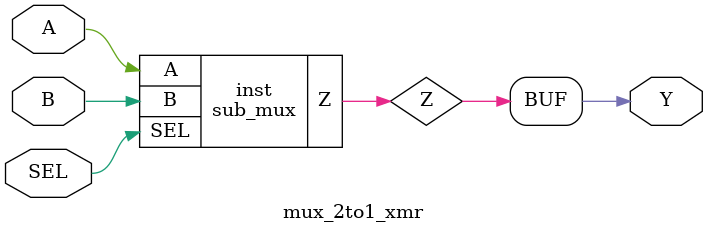
<source format=v>


module sub_mux
(
  input A,
  input B,
  input SEL,
  output Z
);

  assign Z = (SEL)? A : B;

endmodule



module mux_2to1_xmr
(
  input A,
  input B,
  input SEL,
  output Y
);

  wire Z;

  sub_mux
  inst
  (
    .A(A),
    .B(B),
    .SEL(SEL),
    .Z(Z)
  );

  assign Y = Z;

endmodule


</source>
